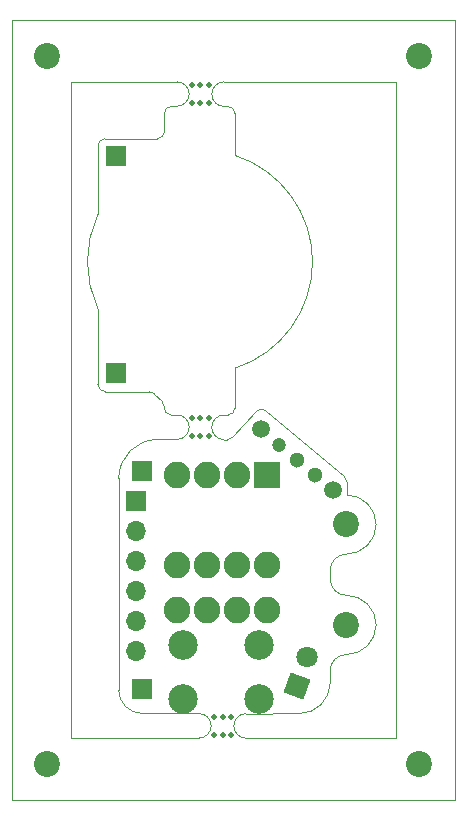
<source format=gbr>
%TF.GenerationSoftware,KiCad,Pcbnew,8.0.2-1*%
%TF.CreationDate,2024-07-30T22:04:44-07:00*%
%TF.ProjectId,tamagotchi_panel_rounded,74616d61-676f-4746-9368-695f70616e65,rev?*%
%TF.SameCoordinates,Original*%
%TF.FileFunction,Soldermask,Top*%
%TF.FilePolarity,Negative*%
%FSLAX46Y46*%
G04 Gerber Fmt 4.6, Leading zero omitted, Abs format (unit mm)*
G04 Created by KiCad (PCBNEW 8.0.2-1) date 2024-07-30 22:04:44*
%MOMM*%
%LPD*%
G01*
G04 APERTURE LIST*
G04 Aperture macros list*
%AMRotRect*
0 Rectangle, with rotation*
0 The origin of the aperture is its center*
0 $1 length*
0 $2 width*
0 $3 Rotation angle, in degrees counterclockwise*
0 Add horizontal line*
21,1,$1,$2,0,0,$3*%
G04 Aperture macros list end*
%ADD10C,2.200000*%
%ADD11R,2.250000X2.250000*%
%ADD12C,2.250000*%
%ADD13C,0.500000*%
%ADD14R,1.700000X1.700000*%
%ADD15C,1.300000*%
%ADD16C,1.200000*%
%ADD17C,1.500000*%
%ADD18C,2.500000*%
%ADD19RotRect,1.800000X1.800000X70.000000*%
%ADD20C,1.800000*%
%ADD21O,1.700000X1.700000*%
%TA.AperFunction,Profile*%
%ADD22C,0.100000*%
%TD*%
G04 APERTURE END LIST*
D10*
%TO.C,H1*%
X20994496Y-76500000D03*
%TD*%
D11*
%TO.C,U1*%
X39620077Y-51983079D03*
D12*
X37080077Y-51983079D03*
X34540077Y-51983079D03*
X32000077Y-51983079D03*
X32000077Y-59603079D03*
X34540077Y-59603079D03*
X37080077Y-59603079D03*
X39620077Y-59603079D03*
%TD*%
D10*
%TO.C,H1*%
X46277036Y-56183079D03*
%TD*%
%TO.C,H1*%
X20994496Y-16500000D03*
%TD*%
D13*
%TO.C,mouse-bite-2mm-slot*%
X33229151Y-47193784D03*
X33229151Y-48693784D03*
X33979151Y-47193784D03*
X33979151Y-48693784D03*
X34729151Y-47193784D03*
X34729151Y-48693784D03*
%TD*%
D14*
%TO.C,J4*%
X26800000Y-43343402D03*
%TD*%
D15*
%TO.C,SW2*%
X43704199Y-51996982D03*
D16*
X40640021Y-49425832D03*
D15*
X42172110Y-50711407D03*
D17*
X45236288Y-53282557D03*
X39107932Y-48140256D03*
%TD*%
D18*
%TO.C,SW1*%
X38968713Y-70923675D03*
X32468713Y-70923675D03*
X38968713Y-66423675D03*
X32468713Y-66423675D03*
%TD*%
D13*
%TO.C,mouse-bite-2mm-slot*%
X33228006Y-18985519D03*
X33228006Y-20485519D03*
X33978006Y-18985519D03*
X33978006Y-20485519D03*
X34728006Y-18985519D03*
X34728006Y-20485519D03*
%TD*%
D12*
%TO.C,U2*%
X39625000Y-63400000D03*
X37085000Y-63400000D03*
X34545000Y-63400000D03*
X32005000Y-63400000D03*
%TD*%
D13*
%TO.C,mouse-bite-2mm-slot*%
X35093006Y-72476415D03*
X35093006Y-73976415D03*
X35843006Y-72476415D03*
X35843006Y-73976415D03*
X36593006Y-72476415D03*
X36593006Y-73976415D03*
%TD*%
D10*
%TO.C,H1*%
X52500000Y-76500000D03*
%TD*%
D14*
%TO.C,J3*%
X28993960Y-51683079D03*
%TD*%
%TO.C,J5*%
X26800000Y-24943402D03*
%TD*%
%TO.C,J2*%
X28993960Y-70083079D03*
%TD*%
D10*
%TO.C,H2*%
X46277036Y-64683079D03*
%TD*%
%TO.C,H1*%
X52500000Y-16500000D03*
%TD*%
D19*
%TO.C,D1*%
X42142843Y-69816333D03*
D20*
X43011574Y-67429514D03*
%TD*%
D14*
%TO.C,J1*%
X28505077Y-54163079D03*
D21*
X28505077Y-56703079D03*
X28505077Y-59243079D03*
X28505077Y-61783079D03*
X28505077Y-64323079D03*
X28505077Y-66863079D03*
%TD*%
D22*
X31976504Y-18693512D02*
G75*
G02*
X31977224Y-20775888I696J-1041188D01*
G01*
X17994496Y-13500000D02*
X55494496Y-13500000D01*
X55494496Y-79500000D01*
X17994496Y-79500000D01*
X17994496Y-13500000D01*
X46135992Y-52103264D02*
G75*
G02*
X46350095Y-52562712I-385892J-459436D01*
G01*
X44950077Y-68583079D02*
G75*
G02*
X46350077Y-67183077I1400023J-21D01*
G01*
X27050077Y-67383079D02*
X27050077Y-52283079D01*
X25900000Y-44928268D02*
G75*
G02*
X25299932Y-44328268I0J600068D01*
G01*
X36287028Y-20782683D02*
G75*
G02*
X36892542Y-21382658I5472J-600017D01*
G01*
X44950077Y-60083079D02*
G75*
G02*
X46350077Y-58683077I1400023J-21D01*
G01*
X46350077Y-53683079D02*
X46350095Y-52562712D01*
X38709268Y-46611441D02*
G75*
G02*
X39535598Y-46559459I440432J-407459D01*
G01*
X30350077Y-48983079D02*
X31978369Y-48984165D01*
X46135992Y-52103264D02*
X39535638Y-46559412D01*
X46350077Y-53683079D02*
G75*
G02*
X46350077Y-58683081I3J-2500001D01*
G01*
X30921404Y-21373650D02*
G75*
G02*
X31515490Y-20773533I599996J150D01*
G01*
X27050077Y-52283079D02*
G75*
G02*
X30350077Y-48983077I3300003J-1D01*
G01*
X30716824Y-45752640D02*
X30068188Y-45104004D01*
X29643924Y-44928268D02*
X25900000Y-44928268D01*
X25300000Y-24119795D02*
G75*
G02*
X25900404Y-23519800I600000J-5D01*
G01*
X27050077Y-67383079D02*
X27050077Y-70183079D01*
X50494496Y-18701499D02*
X50500000Y-74276461D01*
X25300000Y-37935576D02*
G75*
G02*
X25300000Y-29901804I8557550J4016886D01*
G01*
X38709268Y-46611441D02*
X36680998Y-48804314D01*
X29643924Y-44928268D02*
G75*
G02*
X30068183Y-45104009I-24J-600032D01*
G01*
X31977649Y-46901777D02*
X31492749Y-46901886D01*
X31492749Y-46901886D02*
G75*
G02*
X30892614Y-46302147I-149J599986D01*
G01*
X44950077Y-60783079D02*
X44950077Y-60083079D01*
X36294383Y-46910916D02*
X35972389Y-46911408D01*
X46350077Y-62183079D02*
G75*
G02*
X46350077Y-67183081I3J-2500001D01*
G01*
X33841504Y-72184408D02*
X29050077Y-72183079D01*
X25300000Y-29901804D02*
X25300000Y-24119795D01*
X35973109Y-48993796D02*
X36233460Y-48996862D01*
X44950077Y-68583079D02*
X44957272Y-69584983D01*
X31977679Y-20768983D02*
X31515490Y-20773539D01*
X35973109Y-48993796D02*
G75*
G02*
X35972389Y-46911404I-749J1041196D01*
G01*
X44957272Y-69584983D02*
G75*
G02*
X42357272Y-72184982I-2600012J13D01*
G01*
X36287028Y-20782683D02*
X35971964Y-20785531D01*
X23000000Y-74266762D02*
X22994496Y-18691800D01*
X36892452Y-24928268D02*
G75*
G02*
X36899334Y-42949639I-2894112J-9011792D01*
G01*
X35971244Y-18703143D02*
X50494496Y-18701499D01*
X30892614Y-46302147D02*
X30892560Y-46176644D01*
X36893466Y-46311964D02*
G75*
G02*
X36294383Y-46910966I-600066J1064D01*
G01*
X30716824Y-45752640D02*
G75*
G02*
X30892569Y-46176644I-424224J-424260D01*
G01*
X37836964Y-74276427D02*
X50500000Y-74276461D01*
X37836964Y-74276427D02*
G75*
G02*
X37836244Y-72194033I-704J1041197D01*
G01*
X37836244Y-72194039D02*
X42357272Y-72184983D01*
X31976504Y-18693512D02*
X22994496Y-18691800D01*
X30921766Y-22921550D02*
G75*
G02*
X30321362Y-23521666I-599966J-150D01*
G01*
X36892452Y-21382658D02*
X36892452Y-24928268D01*
X30921766Y-22921550D02*
X30921404Y-21373650D01*
X30321362Y-23521690D02*
X25900404Y-23519796D01*
X46350077Y-62183079D02*
G75*
G02*
X44950121Y-60783079I23J1399979D01*
G01*
X35971964Y-20785531D02*
G75*
G02*
X35971244Y-18703149I-694J1041191D01*
G01*
X33841504Y-72184408D02*
G75*
G02*
X33842224Y-74266792I696J-1041192D01*
G01*
X36899333Y-42949637D02*
X36893466Y-46311964D01*
X36680998Y-48804314D02*
G75*
G02*
X36233460Y-48996879I-440498J407414D01*
G01*
X25300000Y-44328268D02*
X25300000Y-37935576D01*
X29050077Y-72183079D02*
G75*
G02*
X27050121Y-70183079I23J1999979D01*
G01*
X31977649Y-46901777D02*
G75*
G02*
X31978369Y-48984163I701J-1041193D01*
G01*
X33842224Y-74266796D02*
X23000000Y-74266762D01*
M02*

</source>
